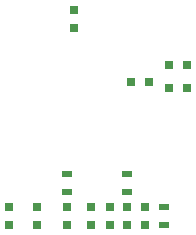
<source format=gbp>
G04 #@! TF.FileFunction,Paste,Bot*
%FSLAX46Y46*%
G04 Gerber Fmt 4.6, Leading zero omitted, Abs format (unit mm)*
G04 Created by KiCad (PCBNEW 4.0.7) date 10/15/17 21:50:59*
%MOMM*%
%LPD*%
G01*
G04 APERTURE LIST*
%ADD10C,0.100000*%
%ADD11R,0.900000X0.500000*%
%ADD12R,0.750000X0.800000*%
%ADD13R,0.800000X0.750000*%
G04 APERTURE END LIST*
D10*
D11*
X134892867Y-75550000D03*
X134892867Y-74050000D03*
X131800000Y-72750000D03*
X131800000Y-71250000D03*
X126700000Y-72750000D03*
X126700000Y-71250000D03*
D12*
X131800000Y-74050000D03*
X131800000Y-75550000D03*
X126700000Y-74050000D03*
X126700000Y-75550000D03*
X133300000Y-74050000D03*
X133300000Y-75550000D03*
X121800000Y-74050000D03*
X121800000Y-75550000D03*
X127300000Y-58900000D03*
X127300000Y-57400000D03*
D13*
X135350000Y-62000000D03*
X136850000Y-62000000D03*
X135350000Y-64000000D03*
X136850000Y-64000000D03*
D12*
X124200000Y-74050000D03*
X124200000Y-75550000D03*
D13*
X133650000Y-63500000D03*
X132150000Y-63500000D03*
D12*
X128700000Y-74050000D03*
X128700000Y-75550000D03*
X130300000Y-74050000D03*
X130300000Y-75550000D03*
M02*

</source>
